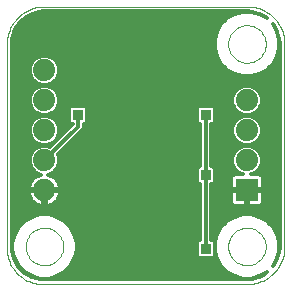
<source format=gbl>
G75*
G70*
%OFA0B0*%
%FSLAX24Y24*%
%IPPOS*%
%LPD*%
%AMOC8*
5,1,8,0,0,1.08239X$1,22.5*
%
%ADD10C,0.0000*%
%ADD11C,0.0740*%
%ADD12R,0.0740X0.0740*%
%ADD13C,0.0120*%
%ADD14R,0.0356X0.0356*%
D10*
X000411Y001660D02*
X000409Y001594D01*
X000411Y001528D01*
X000417Y001462D01*
X000426Y001396D01*
X000439Y001331D01*
X000456Y001266D01*
X000476Y001203D01*
X000500Y001141D01*
X000527Y001081D01*
X000558Y001022D01*
X000592Y000964D01*
X000629Y000909D01*
X000669Y000856D01*
X000712Y000806D01*
X000757Y000757D01*
X000806Y000712D01*
X000856Y000669D01*
X000909Y000629D01*
X000964Y000592D01*
X001022Y000558D01*
X001081Y000527D01*
X001141Y000500D01*
X001203Y000476D01*
X001266Y000456D01*
X001331Y000439D01*
X001396Y000426D01*
X001462Y000417D01*
X001528Y000411D01*
X001594Y000409D01*
X001660Y000411D01*
X001660Y000410D02*
X008410Y000410D01*
X008478Y000412D01*
X008545Y000417D01*
X008612Y000426D01*
X008679Y000439D01*
X008744Y000456D01*
X008809Y000475D01*
X008873Y000499D01*
X008935Y000526D01*
X008996Y000556D01*
X009054Y000589D01*
X009111Y000625D01*
X009166Y000665D01*
X009219Y000707D01*
X009270Y000753D01*
X009317Y000800D01*
X009363Y000851D01*
X009405Y000904D01*
X009445Y000959D01*
X009481Y001016D01*
X009514Y001074D01*
X009544Y001135D01*
X009571Y001197D01*
X009595Y001261D01*
X009614Y001326D01*
X009631Y001391D01*
X009644Y001458D01*
X009653Y001525D01*
X009658Y001592D01*
X009660Y001660D01*
X009660Y008410D01*
X009658Y008478D01*
X009653Y008545D01*
X009644Y008612D01*
X009631Y008679D01*
X009614Y008744D01*
X009595Y008809D01*
X009571Y008873D01*
X009544Y008935D01*
X009514Y008996D01*
X009481Y009054D01*
X009445Y009111D01*
X009405Y009166D01*
X009363Y009219D01*
X009317Y009270D01*
X009270Y009317D01*
X009219Y009363D01*
X009166Y009405D01*
X009111Y009445D01*
X009054Y009481D01*
X008996Y009514D01*
X008935Y009544D01*
X008873Y009571D01*
X008809Y009595D01*
X008744Y009614D01*
X008679Y009631D01*
X008612Y009644D01*
X008545Y009653D01*
X008478Y009658D01*
X008410Y009660D01*
X001660Y009660D01*
X001592Y009658D01*
X001525Y009653D01*
X001458Y009644D01*
X001391Y009631D01*
X001326Y009614D01*
X001261Y009595D01*
X001197Y009571D01*
X001135Y009544D01*
X001074Y009514D01*
X001016Y009481D01*
X000959Y009445D01*
X000904Y009405D01*
X000851Y009363D01*
X000800Y009317D01*
X000753Y009270D01*
X000707Y009219D01*
X000665Y009166D01*
X000625Y009111D01*
X000589Y009054D01*
X000556Y008996D01*
X000526Y008935D01*
X000499Y008873D01*
X000475Y008809D01*
X000456Y008744D01*
X000439Y008679D01*
X000426Y008612D01*
X000417Y008545D01*
X000412Y008478D01*
X000410Y008410D01*
X000410Y001660D01*
X001035Y001660D02*
X001037Y001710D01*
X001043Y001759D01*
X001053Y001808D01*
X001066Y001855D01*
X001084Y001902D01*
X001105Y001947D01*
X001129Y001990D01*
X001157Y002031D01*
X001188Y002070D01*
X001222Y002106D01*
X001259Y002140D01*
X001299Y002170D01*
X001340Y002197D01*
X001384Y002221D01*
X001429Y002241D01*
X001476Y002257D01*
X001524Y002270D01*
X001573Y002279D01*
X001623Y002284D01*
X001672Y002285D01*
X001722Y002282D01*
X001771Y002275D01*
X001820Y002264D01*
X001867Y002250D01*
X001913Y002231D01*
X001958Y002209D01*
X002001Y002184D01*
X002041Y002155D01*
X002079Y002123D01*
X002115Y002089D01*
X002148Y002051D01*
X002177Y002011D01*
X002203Y001969D01*
X002226Y001925D01*
X002245Y001879D01*
X002261Y001832D01*
X002273Y001783D01*
X002281Y001734D01*
X002285Y001685D01*
X002285Y001635D01*
X002281Y001586D01*
X002273Y001537D01*
X002261Y001488D01*
X002245Y001441D01*
X002226Y001395D01*
X002203Y001351D01*
X002177Y001309D01*
X002148Y001269D01*
X002115Y001231D01*
X002079Y001197D01*
X002041Y001165D01*
X002001Y001136D01*
X001958Y001111D01*
X001913Y001089D01*
X001867Y001070D01*
X001820Y001056D01*
X001771Y001045D01*
X001722Y001038D01*
X001672Y001035D01*
X001623Y001036D01*
X001573Y001041D01*
X001524Y001050D01*
X001476Y001063D01*
X001429Y001079D01*
X001384Y001099D01*
X001340Y001123D01*
X001299Y001150D01*
X001259Y001180D01*
X001222Y001214D01*
X001188Y001250D01*
X001157Y001289D01*
X001129Y001330D01*
X001105Y001373D01*
X001084Y001418D01*
X001066Y001465D01*
X001053Y001512D01*
X001043Y001561D01*
X001037Y001610D01*
X001035Y001660D01*
X007785Y001660D02*
X007787Y001710D01*
X007793Y001759D01*
X007803Y001808D01*
X007816Y001855D01*
X007834Y001902D01*
X007855Y001947D01*
X007879Y001990D01*
X007907Y002031D01*
X007938Y002070D01*
X007972Y002106D01*
X008009Y002140D01*
X008049Y002170D01*
X008090Y002197D01*
X008134Y002221D01*
X008179Y002241D01*
X008226Y002257D01*
X008274Y002270D01*
X008323Y002279D01*
X008373Y002284D01*
X008422Y002285D01*
X008472Y002282D01*
X008521Y002275D01*
X008570Y002264D01*
X008617Y002250D01*
X008663Y002231D01*
X008708Y002209D01*
X008751Y002184D01*
X008791Y002155D01*
X008829Y002123D01*
X008865Y002089D01*
X008898Y002051D01*
X008927Y002011D01*
X008953Y001969D01*
X008976Y001925D01*
X008995Y001879D01*
X009011Y001832D01*
X009023Y001783D01*
X009031Y001734D01*
X009035Y001685D01*
X009035Y001635D01*
X009031Y001586D01*
X009023Y001537D01*
X009011Y001488D01*
X008995Y001441D01*
X008976Y001395D01*
X008953Y001351D01*
X008927Y001309D01*
X008898Y001269D01*
X008865Y001231D01*
X008829Y001197D01*
X008791Y001165D01*
X008751Y001136D01*
X008708Y001111D01*
X008663Y001089D01*
X008617Y001070D01*
X008570Y001056D01*
X008521Y001045D01*
X008472Y001038D01*
X008422Y001035D01*
X008373Y001036D01*
X008323Y001041D01*
X008274Y001050D01*
X008226Y001063D01*
X008179Y001079D01*
X008134Y001099D01*
X008090Y001123D01*
X008049Y001150D01*
X008009Y001180D01*
X007972Y001214D01*
X007938Y001250D01*
X007907Y001289D01*
X007879Y001330D01*
X007855Y001373D01*
X007834Y001418D01*
X007816Y001465D01*
X007803Y001512D01*
X007793Y001561D01*
X007787Y001610D01*
X007785Y001660D01*
X007785Y008410D02*
X007787Y008460D01*
X007793Y008509D01*
X007803Y008558D01*
X007816Y008605D01*
X007834Y008652D01*
X007855Y008697D01*
X007879Y008740D01*
X007907Y008781D01*
X007938Y008820D01*
X007972Y008856D01*
X008009Y008890D01*
X008049Y008920D01*
X008090Y008947D01*
X008134Y008971D01*
X008179Y008991D01*
X008226Y009007D01*
X008274Y009020D01*
X008323Y009029D01*
X008373Y009034D01*
X008422Y009035D01*
X008472Y009032D01*
X008521Y009025D01*
X008570Y009014D01*
X008617Y009000D01*
X008663Y008981D01*
X008708Y008959D01*
X008751Y008934D01*
X008791Y008905D01*
X008829Y008873D01*
X008865Y008839D01*
X008898Y008801D01*
X008927Y008761D01*
X008953Y008719D01*
X008976Y008675D01*
X008995Y008629D01*
X009011Y008582D01*
X009023Y008533D01*
X009031Y008484D01*
X009035Y008435D01*
X009035Y008385D01*
X009031Y008336D01*
X009023Y008287D01*
X009011Y008238D01*
X008995Y008191D01*
X008976Y008145D01*
X008953Y008101D01*
X008927Y008059D01*
X008898Y008019D01*
X008865Y007981D01*
X008829Y007947D01*
X008791Y007915D01*
X008751Y007886D01*
X008708Y007861D01*
X008663Y007839D01*
X008617Y007820D01*
X008570Y007806D01*
X008521Y007795D01*
X008472Y007788D01*
X008422Y007785D01*
X008373Y007786D01*
X008323Y007791D01*
X008274Y007800D01*
X008226Y007813D01*
X008179Y007829D01*
X008134Y007849D01*
X008090Y007873D01*
X008049Y007900D01*
X008009Y007930D01*
X007972Y007964D01*
X007938Y008000D01*
X007907Y008039D01*
X007879Y008080D01*
X007855Y008123D01*
X007834Y008168D01*
X007816Y008215D01*
X007803Y008262D01*
X007793Y008311D01*
X007787Y008360D01*
X007785Y008410D01*
D11*
X008410Y006535D03*
X008410Y005535D03*
X008410Y004535D03*
X001660Y004535D03*
X001660Y005535D03*
X001660Y006535D03*
X001660Y007535D03*
X001660Y003535D03*
D12*
X008410Y003535D03*
D13*
X000926Y000884D02*
X000870Y000884D01*
X000776Y000978D02*
X000637Y001229D01*
X000572Y001508D01*
X000570Y001639D01*
X000570Y001656D01*
X000573Y001718D01*
X000570Y001721D01*
X000570Y008410D01*
X000583Y008581D01*
X000689Y008905D01*
X000889Y009181D01*
X001165Y009381D01*
X001489Y009487D01*
X001660Y009500D01*
X008410Y009500D01*
X008581Y009487D01*
X008905Y009381D01*
X009065Y009265D01*
X008822Y009405D01*
X008551Y009478D01*
X008269Y009478D01*
X007998Y009405D01*
X007754Y009264D01*
X007556Y009066D01*
X007415Y008822D01*
X007342Y008551D01*
X007342Y008269D01*
X007415Y007998D01*
X007556Y007754D01*
X007754Y007556D01*
X007998Y007415D01*
X008269Y007342D01*
X008551Y007342D01*
X008822Y007415D01*
X009066Y007556D01*
X009264Y007754D01*
X009405Y007998D01*
X009478Y008269D01*
X009478Y008551D01*
X009405Y008822D01*
X009265Y009065D01*
X009381Y008905D01*
X009487Y008581D01*
X009500Y008410D01*
X009500Y001660D01*
X009487Y001489D01*
X009381Y001165D01*
X009265Y001005D01*
X009405Y001248D01*
X009478Y001519D01*
X009478Y001801D01*
X009405Y002072D01*
X009264Y002316D01*
X009066Y002514D01*
X008822Y002655D01*
X008551Y002728D01*
X008269Y002728D01*
X007998Y002655D01*
X007754Y002514D01*
X007556Y002316D01*
X007415Y002072D01*
X007342Y001801D01*
X007342Y001519D01*
X007415Y001248D01*
X007556Y001004D01*
X007754Y000806D01*
X007998Y000665D01*
X008269Y000592D01*
X008551Y000592D01*
X008822Y000665D01*
X009065Y000805D01*
X008905Y000689D01*
X008581Y000583D01*
X008410Y000570D01*
X001721Y000570D01*
X001718Y000573D01*
X001656Y000570D01*
X001639Y000570D01*
X001508Y000572D01*
X001229Y000637D01*
X000978Y000776D01*
X000776Y000978D01*
X000762Y001003D02*
X000807Y001003D01*
X000806Y001004D02*
X001004Y000806D01*
X001248Y000665D01*
X001519Y000592D01*
X001801Y000592D01*
X002072Y000665D01*
X002316Y000806D01*
X002514Y001004D01*
X002655Y001248D01*
X002728Y001519D01*
X002728Y001801D01*
X002655Y002072D01*
X002514Y002316D01*
X002316Y002514D01*
X002072Y002655D01*
X001801Y002728D01*
X001519Y002728D01*
X001248Y002655D01*
X001004Y002514D01*
X000806Y002316D01*
X000665Y002072D01*
X000592Y001801D01*
X000592Y001519D01*
X000665Y001248D01*
X000806Y001004D01*
X000738Y001121D02*
X000696Y001121D01*
X000670Y001240D02*
X000634Y001240D01*
X000635Y001358D02*
X000607Y001358D01*
X000604Y001477D02*
X000580Y001477D01*
X000571Y001595D02*
X000592Y001595D01*
X000592Y001714D02*
X000573Y001714D01*
X000570Y001832D02*
X000601Y001832D01*
X000570Y001951D02*
X000632Y001951D01*
X000664Y002069D02*
X000570Y002069D01*
X000570Y002188D02*
X000732Y002188D01*
X000800Y002306D02*
X000570Y002306D01*
X000570Y002425D02*
X000914Y002425D01*
X001054Y002543D02*
X000570Y002543D01*
X000570Y002662D02*
X001272Y002662D01*
X001457Y003044D02*
X001536Y003018D01*
X001618Y003005D01*
X001620Y003005D01*
X001620Y003495D01*
X001700Y003495D01*
X001700Y003575D01*
X002190Y003575D01*
X002190Y003577D01*
X002177Y003659D01*
X002151Y003738D01*
X002113Y003813D01*
X002064Y003880D01*
X002005Y003939D01*
X001938Y003988D01*
X001863Y004026D01*
X001784Y004052D01*
X001777Y004053D01*
X001938Y004120D01*
X002075Y004257D01*
X002150Y004438D01*
X002150Y004632D01*
X002110Y004730D01*
X002860Y005480D01*
X002965Y005585D01*
X002965Y005737D01*
X003013Y005737D01*
X003083Y005807D01*
X003083Y006263D01*
X003013Y006333D01*
X002557Y006333D01*
X002487Y006263D01*
X002487Y005807D01*
X002557Y005737D01*
X002605Y005737D01*
X002605Y005735D01*
X001855Y004985D01*
X001757Y005025D01*
X001563Y005025D01*
X001382Y004950D01*
X001245Y004813D01*
X001170Y004632D01*
X001170Y004438D01*
X001245Y004257D01*
X001382Y004120D01*
X001543Y004053D01*
X001536Y004052D01*
X001457Y004026D01*
X001382Y003988D01*
X001315Y003939D01*
X001256Y003880D01*
X001207Y003813D01*
X001169Y003738D01*
X001143Y003659D01*
X001130Y003577D01*
X001130Y003575D01*
X001620Y003575D01*
X001620Y003495D01*
X001130Y003495D01*
X001130Y003493D01*
X001143Y003411D01*
X001169Y003332D01*
X001207Y003257D01*
X001256Y003190D01*
X001315Y003131D01*
X001382Y003082D01*
X001457Y003044D01*
X001542Y003017D02*
X000570Y003017D01*
X000570Y002899D02*
X006855Y002899D01*
X006855Y003017D02*
X001778Y003017D01*
X001784Y003018D02*
X001863Y003044D01*
X001938Y003082D01*
X002005Y003131D01*
X002064Y003190D01*
X002113Y003257D01*
X002151Y003332D01*
X002177Y003411D01*
X002190Y003493D01*
X002190Y003495D01*
X001700Y003495D01*
X001700Y003005D01*
X001702Y003005D01*
X001784Y003018D01*
X001700Y003017D02*
X001620Y003017D01*
X001620Y003136D02*
X001700Y003136D01*
X001700Y003254D02*
X001620Y003254D01*
X001620Y003373D02*
X001700Y003373D01*
X001700Y003491D02*
X001620Y003491D01*
X001310Y003136D02*
X000570Y003136D01*
X000570Y003254D02*
X001209Y003254D01*
X001156Y003373D02*
X000570Y003373D01*
X000570Y003491D02*
X001130Y003491D01*
X001135Y003610D02*
X000570Y003610D01*
X000570Y003728D02*
X001165Y003728D01*
X001231Y003847D02*
X000570Y003847D01*
X000570Y003965D02*
X001350Y003965D01*
X001470Y004084D02*
X000570Y004084D01*
X000570Y004202D02*
X001300Y004202D01*
X001218Y004321D02*
X000570Y004321D01*
X000570Y004439D02*
X001170Y004439D01*
X001170Y004558D02*
X000570Y004558D01*
X000570Y004676D02*
X001188Y004676D01*
X001237Y004795D02*
X000570Y004795D01*
X000570Y004913D02*
X001345Y004913D01*
X001382Y005120D02*
X001563Y005045D01*
X001757Y005045D01*
X001938Y005120D01*
X002075Y005257D01*
X002150Y005438D01*
X002150Y005632D01*
X002075Y005813D01*
X001938Y005950D01*
X001757Y006025D01*
X001563Y006025D01*
X001382Y005950D01*
X001245Y005813D01*
X001170Y005632D01*
X001170Y005438D01*
X001245Y005257D01*
X001382Y005120D01*
X001352Y005150D02*
X000570Y005150D01*
X000570Y005269D02*
X001240Y005269D01*
X001191Y005387D02*
X000570Y005387D01*
X000570Y005506D02*
X001170Y005506D01*
X001170Y005624D02*
X000570Y005624D01*
X000570Y005743D02*
X001216Y005743D01*
X001293Y005861D02*
X000570Y005861D01*
X000570Y005980D02*
X001453Y005980D01*
X001435Y006098D02*
X000570Y006098D01*
X000570Y006217D02*
X001286Y006217D01*
X001245Y006257D02*
X001382Y006120D01*
X001563Y006045D01*
X001757Y006045D01*
X001938Y006120D01*
X002075Y006257D01*
X002150Y006438D01*
X002150Y006632D01*
X002075Y006813D01*
X001938Y006950D01*
X001757Y007025D01*
X001563Y007025D01*
X001382Y006950D01*
X001245Y006813D01*
X001170Y006632D01*
X001170Y006438D01*
X001245Y006257D01*
X001212Y006335D02*
X000570Y006335D01*
X000570Y006454D02*
X001170Y006454D01*
X001170Y006572D02*
X000570Y006572D01*
X000570Y006691D02*
X001194Y006691D01*
X001243Y006809D02*
X000570Y006809D01*
X000570Y006928D02*
X001360Y006928D01*
X001382Y007120D02*
X001563Y007045D01*
X001757Y007045D01*
X001938Y007120D01*
X002075Y007257D01*
X002150Y007438D01*
X002150Y007632D01*
X002075Y007813D01*
X001938Y007950D01*
X001757Y008025D01*
X001563Y008025D01*
X001382Y007950D01*
X001245Y007813D01*
X001170Y007632D01*
X001170Y007438D01*
X001245Y007257D01*
X001382Y007120D01*
X001338Y007165D02*
X000570Y007165D01*
X000570Y007283D02*
X001234Y007283D01*
X001185Y007402D02*
X000570Y007402D01*
X000570Y007520D02*
X001170Y007520D01*
X001173Y007639D02*
X000570Y007639D01*
X000570Y007757D02*
X001222Y007757D01*
X001308Y007876D02*
X000570Y007876D01*
X000570Y007994D02*
X001488Y007994D01*
X001832Y007994D02*
X007417Y007994D01*
X007384Y008113D02*
X000570Y008113D01*
X000570Y008231D02*
X007353Y008231D01*
X007342Y008350D02*
X000570Y008350D01*
X000575Y008468D02*
X007342Y008468D01*
X007352Y008587D02*
X000585Y008587D01*
X000624Y008705D02*
X007384Y008705D01*
X007416Y008824D02*
X000662Y008824D01*
X000716Y008942D02*
X007484Y008942D01*
X007553Y009061D02*
X000802Y009061D01*
X000888Y009179D02*
X007669Y009179D01*
X007812Y009298D02*
X001050Y009298D01*
X001272Y009416D02*
X008039Y009416D01*
X008781Y009416D02*
X008798Y009416D01*
X009008Y009298D02*
X009020Y009298D01*
X009267Y009061D02*
X009268Y009061D01*
X009336Y008942D02*
X009354Y008942D01*
X009404Y008824D02*
X009408Y008824D01*
X009436Y008705D02*
X009446Y008705D01*
X009468Y008587D02*
X009485Y008587D01*
X009478Y008468D02*
X009495Y008468D01*
X009500Y008350D02*
X009478Y008350D01*
X009467Y008231D02*
X009500Y008231D01*
X009500Y008113D02*
X009436Y008113D01*
X009403Y007994D02*
X009500Y007994D01*
X009500Y007876D02*
X009334Y007876D01*
X009266Y007757D02*
X009500Y007757D01*
X009500Y007639D02*
X009149Y007639D01*
X009004Y007520D02*
X009500Y007520D01*
X009500Y007402D02*
X008772Y007402D01*
X008688Y006950D02*
X008507Y007025D01*
X008313Y007025D01*
X008132Y006950D01*
X007995Y006813D01*
X007920Y006632D01*
X007920Y006438D01*
X007995Y006257D01*
X008132Y006120D01*
X008313Y006045D01*
X008507Y006045D01*
X008688Y006120D01*
X008825Y006257D01*
X008900Y006438D01*
X008900Y006632D01*
X008825Y006813D01*
X008688Y006950D01*
X008710Y006928D02*
X009500Y006928D01*
X009500Y007046D02*
X001760Y007046D01*
X001560Y007046D02*
X000570Y007046D01*
X001885Y006098D02*
X002487Y006098D01*
X002487Y005980D02*
X001867Y005980D01*
X002027Y005861D02*
X002487Y005861D01*
X002552Y005743D02*
X002104Y005743D01*
X002150Y005624D02*
X002494Y005624D01*
X002376Y005506D02*
X002150Y005506D01*
X002129Y005387D02*
X002257Y005387D01*
X002139Y005269D02*
X002080Y005269D01*
X002020Y005150D02*
X001968Y005150D01*
X001902Y005032D02*
X000570Y005032D01*
X001660Y004535D02*
X002785Y005660D01*
X002785Y006035D01*
X003018Y005743D02*
X006802Y005743D01*
X006807Y005737D02*
X006855Y005737D01*
X006855Y004333D01*
X006807Y004333D01*
X006737Y004263D01*
X006737Y003807D01*
X006807Y003737D01*
X006855Y003737D01*
X006855Y001873D01*
X006807Y001873D01*
X006737Y001803D01*
X006737Y001348D01*
X006807Y001277D01*
X007263Y001277D01*
X007333Y001348D01*
X007333Y001803D01*
X007263Y001873D01*
X007215Y001873D01*
X007215Y003737D01*
X007263Y003737D01*
X007333Y003807D01*
X007333Y004263D01*
X007263Y004333D01*
X007215Y004333D01*
X007215Y005737D01*
X007263Y005737D01*
X007333Y005807D01*
X007333Y006263D01*
X007263Y006333D01*
X006807Y006333D01*
X006737Y006263D01*
X006737Y005807D01*
X006807Y005737D01*
X006855Y005624D02*
X002965Y005624D01*
X002885Y005506D02*
X006855Y005506D01*
X006855Y005387D02*
X002767Y005387D01*
X002648Y005269D02*
X006855Y005269D01*
X006855Y005150D02*
X002530Y005150D01*
X002411Y005032D02*
X006855Y005032D01*
X006855Y004913D02*
X002293Y004913D01*
X002174Y004795D02*
X006855Y004795D01*
X006855Y004676D02*
X002132Y004676D01*
X002150Y004558D02*
X006855Y004558D01*
X006855Y004439D02*
X002150Y004439D01*
X002102Y004321D02*
X006795Y004321D01*
X006737Y004202D02*
X002020Y004202D01*
X001850Y004084D02*
X006737Y004084D01*
X006737Y003965D02*
X001970Y003965D01*
X002089Y003847D02*
X006737Y003847D01*
X006855Y003728D02*
X002155Y003728D01*
X002185Y003610D02*
X006855Y003610D01*
X006855Y003491D02*
X002190Y003491D01*
X002164Y003373D02*
X006855Y003373D01*
X006855Y003254D02*
X002111Y003254D01*
X002010Y003136D02*
X006855Y003136D01*
X007215Y003136D02*
X007882Y003136D01*
X007880Y003144D02*
X007891Y003103D01*
X007912Y003067D01*
X007942Y003037D01*
X007978Y003016D01*
X008019Y003005D01*
X008370Y003005D01*
X008370Y003495D01*
X007880Y003495D01*
X007880Y003144D01*
X007880Y003254D02*
X007215Y003254D01*
X007215Y003373D02*
X007880Y003373D01*
X007880Y003491D02*
X007215Y003491D01*
X007215Y003610D02*
X007880Y003610D01*
X007880Y003575D02*
X008370Y003575D01*
X008370Y003495D01*
X008450Y003495D01*
X008450Y003575D01*
X008940Y003575D01*
X008940Y003926D01*
X008929Y003967D01*
X008908Y004003D01*
X008878Y004033D01*
X008842Y004054D01*
X008801Y004065D01*
X008556Y004065D01*
X008688Y004120D01*
X008825Y004257D01*
X008900Y004438D01*
X008900Y004632D01*
X008825Y004813D01*
X008688Y004950D01*
X008507Y005025D01*
X008313Y005025D01*
X008132Y004950D01*
X007995Y004813D01*
X007920Y004632D01*
X007920Y004438D01*
X007995Y004257D01*
X008132Y004120D01*
X008264Y004065D01*
X008019Y004065D01*
X007978Y004054D01*
X007942Y004033D01*
X007912Y004003D01*
X007891Y003967D01*
X007880Y003926D01*
X007880Y003575D01*
X007880Y003728D02*
X007215Y003728D01*
X007333Y003847D02*
X007880Y003847D01*
X007890Y003965D02*
X007333Y003965D01*
X007333Y004084D02*
X008220Y004084D01*
X008050Y004202D02*
X007333Y004202D01*
X007275Y004321D02*
X007968Y004321D01*
X007920Y004439D02*
X007215Y004439D01*
X007215Y004558D02*
X007920Y004558D01*
X007938Y004676D02*
X007215Y004676D01*
X007215Y004795D02*
X007987Y004795D01*
X008095Y004913D02*
X007215Y004913D01*
X007215Y005032D02*
X009500Y005032D01*
X009500Y004913D02*
X008725Y004913D01*
X008833Y004795D02*
X009500Y004795D01*
X009500Y004676D02*
X008882Y004676D01*
X008900Y004558D02*
X009500Y004558D01*
X009500Y004439D02*
X008900Y004439D01*
X008852Y004321D02*
X009500Y004321D01*
X009500Y004202D02*
X008770Y004202D01*
X008600Y004084D02*
X009500Y004084D01*
X009500Y003965D02*
X008930Y003965D01*
X008940Y003847D02*
X009500Y003847D01*
X009500Y003728D02*
X008940Y003728D01*
X008940Y003610D02*
X009500Y003610D01*
X009500Y003491D02*
X008940Y003491D01*
X008940Y003495D02*
X008450Y003495D01*
X008450Y003005D01*
X008801Y003005D01*
X008842Y003016D01*
X008878Y003037D01*
X008908Y003067D01*
X008929Y003103D01*
X008940Y003144D01*
X008940Y003495D01*
X008940Y003373D02*
X009500Y003373D01*
X009500Y003254D02*
X008940Y003254D01*
X008938Y003136D02*
X009500Y003136D01*
X009500Y003017D02*
X008844Y003017D01*
X008798Y002662D02*
X009500Y002662D01*
X009500Y002780D02*
X007215Y002780D01*
X007215Y002662D02*
X008022Y002662D01*
X007804Y002543D02*
X007215Y002543D01*
X007215Y002425D02*
X007664Y002425D01*
X007550Y002306D02*
X007215Y002306D01*
X007215Y002188D02*
X007482Y002188D01*
X007414Y002069D02*
X007215Y002069D01*
X007215Y001951D02*
X007382Y001951D01*
X007351Y001832D02*
X007304Y001832D01*
X007333Y001714D02*
X007342Y001714D01*
X007333Y001595D02*
X007342Y001595D01*
X007333Y001477D02*
X007354Y001477D01*
X007333Y001358D02*
X007385Y001358D01*
X007420Y001240D02*
X002650Y001240D01*
X002685Y001358D02*
X006737Y001358D01*
X006737Y001477D02*
X002716Y001477D01*
X002728Y001595D02*
X006737Y001595D01*
X006737Y001714D02*
X002728Y001714D01*
X002719Y001832D02*
X006766Y001832D01*
X006855Y001951D02*
X002688Y001951D01*
X002656Y002069D02*
X006855Y002069D01*
X006855Y002188D02*
X002588Y002188D01*
X002520Y002306D02*
X006855Y002306D01*
X006855Y002425D02*
X002406Y002425D01*
X002266Y002543D02*
X006855Y002543D01*
X006855Y002662D02*
X002048Y002662D01*
X000570Y002780D02*
X006855Y002780D01*
X007215Y002899D02*
X009500Y002899D01*
X009500Y002543D02*
X009016Y002543D01*
X009156Y002425D02*
X009500Y002425D01*
X009500Y002306D02*
X009270Y002306D01*
X009338Y002188D02*
X009500Y002188D01*
X009500Y002069D02*
X009406Y002069D01*
X009438Y001951D02*
X009500Y001951D01*
X009500Y001832D02*
X009469Y001832D01*
X009478Y001714D02*
X009500Y001714D01*
X009495Y001595D02*
X009478Y001595D01*
X009466Y001477D02*
X009482Y001477D01*
X009444Y001358D02*
X009435Y001358D01*
X009405Y001240D02*
X009400Y001240D01*
X009349Y001121D02*
X009332Y001121D01*
X009010Y000766D02*
X008996Y000766D01*
X008776Y000647D02*
X008755Y000647D01*
X008065Y000647D02*
X002005Y000647D01*
X002246Y000766D02*
X007824Y000766D01*
X007676Y000884D02*
X002394Y000884D01*
X002513Y001003D02*
X007557Y001003D01*
X007488Y001121D02*
X002582Y001121D01*
X001315Y000647D02*
X001210Y000647D01*
X001074Y000766D02*
X000996Y000766D01*
X000978Y000776D02*
X000978Y000776D01*
X003083Y005861D02*
X006737Y005861D01*
X006737Y005980D02*
X003083Y005980D01*
X003083Y006098D02*
X006737Y006098D01*
X006737Y006217D02*
X003083Y006217D01*
X002487Y006217D02*
X002034Y006217D01*
X002108Y006335D02*
X007962Y006335D01*
X008036Y006217D02*
X007333Y006217D01*
X007333Y006098D02*
X008185Y006098D01*
X008203Y005980D02*
X007333Y005980D01*
X007333Y005861D02*
X008043Y005861D01*
X007995Y005813D02*
X007920Y005632D01*
X007920Y005438D01*
X007995Y005257D01*
X008132Y005120D01*
X008313Y005045D01*
X008507Y005045D01*
X008688Y005120D01*
X008825Y005257D01*
X008900Y005438D01*
X008900Y005632D01*
X008825Y005813D01*
X008688Y005950D01*
X008507Y006025D01*
X008313Y006025D01*
X008132Y005950D01*
X007995Y005813D01*
X007966Y005743D02*
X007268Y005743D01*
X007215Y005624D02*
X007920Y005624D01*
X007920Y005506D02*
X007215Y005506D01*
X007215Y005387D02*
X007941Y005387D01*
X007990Y005269D02*
X007215Y005269D01*
X007215Y005150D02*
X008102Y005150D01*
X008718Y005150D02*
X009500Y005150D01*
X009500Y005269D02*
X008830Y005269D01*
X008879Y005387D02*
X009500Y005387D01*
X009500Y005506D02*
X008900Y005506D01*
X008900Y005624D02*
X009500Y005624D01*
X009500Y005743D02*
X008854Y005743D01*
X008777Y005861D02*
X009500Y005861D01*
X009500Y005980D02*
X008617Y005980D01*
X008635Y006098D02*
X009500Y006098D01*
X009500Y006217D02*
X008784Y006217D01*
X008858Y006335D02*
X009500Y006335D01*
X009500Y006454D02*
X008900Y006454D01*
X008900Y006572D02*
X009500Y006572D01*
X009500Y006691D02*
X008876Y006691D01*
X008827Y006809D02*
X009500Y006809D01*
X009500Y007165D02*
X001982Y007165D01*
X002086Y007283D02*
X009500Y007283D01*
X008110Y006928D02*
X001960Y006928D01*
X002077Y006809D02*
X007993Y006809D01*
X007944Y006691D02*
X002126Y006691D01*
X002150Y006572D02*
X007920Y006572D01*
X007920Y006454D02*
X002150Y006454D01*
X002135Y007402D02*
X008048Y007402D01*
X007816Y007520D02*
X002150Y007520D01*
X002147Y007639D02*
X007671Y007639D01*
X007554Y007757D02*
X002098Y007757D01*
X002012Y007876D02*
X007486Y007876D01*
X007035Y006035D02*
X007035Y004035D01*
X007035Y001575D01*
X007215Y003017D02*
X007976Y003017D01*
X008370Y003017D02*
X008450Y003017D01*
X008450Y003136D02*
X008370Y003136D01*
X008370Y003254D02*
X008450Y003254D01*
X008450Y003373D02*
X008370Y003373D01*
X008370Y003491D02*
X008450Y003491D01*
D14*
X007035Y004035D03*
X006410Y003160D03*
X007035Y001575D03*
X003785Y004160D03*
X002785Y006035D03*
X002785Y007160D03*
X001410Y008785D03*
X006535Y007035D03*
X007035Y006035D03*
X003285Y001535D03*
M02*

</source>
